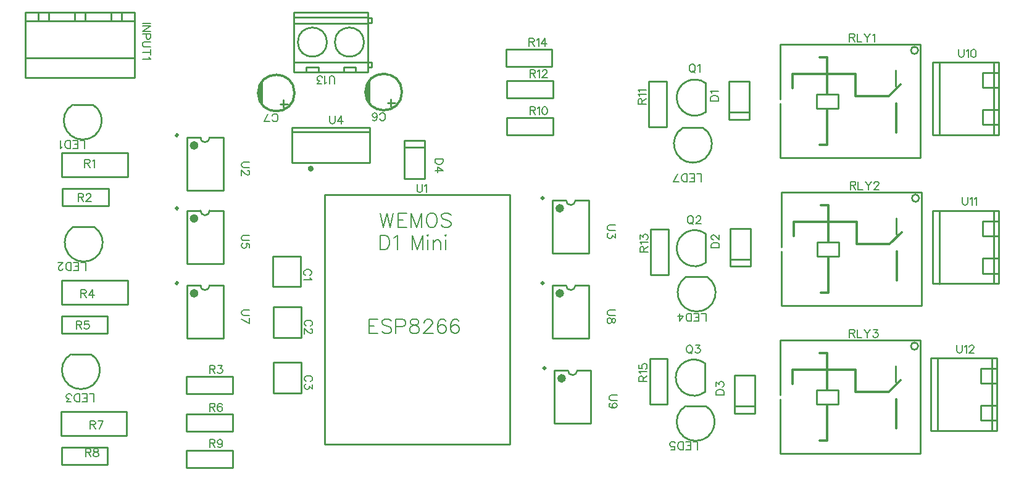
<source format=gto>
G04 Layer: TopSilkscreenLayer*
G04 EasyEDA v6.5.8, 2022-07-18 10:06:56*
G04 273c276c2863449b8c9a1f5c07be89c0,0c792c838a6744a9a4735c8e6cb38716,10*
G04 Gerber Generator version 0.2*
G04 Scale: 100 percent, Rotated: No, Reflected: No *
G04 Dimensions in millimeters *
G04 leading zeros omitted , absolute positions ,4 integer and 5 decimal *
%FSLAX45Y45*%
%MOMM*%

%ADD10C,0.1524*%
%ADD11C,0.2032*%
%ADD12C,0.2540*%
%ADD13C,0.3000*%
%ADD14C,0.6000*%
%ADD15C,0.4000*%
%ADD16C,0.0194*%

%LPD*%
D10*
X4928108Y2144521D02*
G01*
X4938522Y2149855D01*
X4948936Y2160270D01*
X4954015Y2170429D01*
X4954015Y2191257D01*
X4948936Y2201671D01*
X4938522Y2212086D01*
X4928108Y2217420D01*
X4912359Y2222500D01*
X4886452Y2222500D01*
X4870958Y2217420D01*
X4860543Y2212086D01*
X4850129Y2201671D01*
X4845050Y2191257D01*
X4845050Y2170429D01*
X4850129Y2160270D01*
X4860543Y2149855D01*
X4870958Y2144521D01*
X4933188Y2110231D02*
G01*
X4938522Y2099818D01*
X4954015Y2084323D01*
X4845050Y2084323D01*
X4940808Y1446021D02*
G01*
X4951222Y1451355D01*
X4961636Y1461770D01*
X4966715Y1471929D01*
X4966715Y1492757D01*
X4961636Y1503171D01*
X4951222Y1513586D01*
X4940808Y1518920D01*
X4925059Y1524000D01*
X4899152Y1524000D01*
X4883658Y1518920D01*
X4873243Y1513586D01*
X4862829Y1503171D01*
X4857750Y1492757D01*
X4857750Y1471929D01*
X4862829Y1461770D01*
X4873243Y1451355D01*
X4883658Y1446021D01*
X4940808Y1406652D02*
G01*
X4945888Y1406652D01*
X4956302Y1401318D01*
X4961636Y1396237D01*
X4966715Y1385823D01*
X4966715Y1364995D01*
X4961636Y1354581D01*
X4956302Y1349502D01*
X4945888Y1344168D01*
X4935474Y1344168D01*
X4925059Y1349502D01*
X4909565Y1359915D01*
X4857750Y1411731D01*
X4857750Y1339087D01*
X4940808Y684021D02*
G01*
X4951222Y689355D01*
X4961636Y699770D01*
X4966715Y709929D01*
X4966715Y730757D01*
X4961636Y741171D01*
X4951222Y751586D01*
X4940808Y756920D01*
X4925059Y762000D01*
X4899152Y762000D01*
X4883658Y756920D01*
X4873243Y751586D01*
X4862829Y741171D01*
X4857750Y730757D01*
X4857750Y709929D01*
X4862829Y699770D01*
X4873243Y689355D01*
X4883658Y684021D01*
X4966715Y639318D02*
G01*
X4966715Y582168D01*
X4925059Y613410D01*
X4925059Y597915D01*
X4919979Y587502D01*
X4914900Y582168D01*
X4899152Y577087D01*
X4888738Y577087D01*
X4873243Y582168D01*
X4862829Y592581D01*
X4857750Y608329D01*
X4857750Y623823D01*
X4862829Y639318D01*
X4867909Y644652D01*
X4878324Y649731D01*
X10425684Y4540250D02*
G01*
X10534650Y4540250D01*
X10425684Y4540250D02*
G01*
X10425684Y4576571D01*
X10430763Y4592320D01*
X10441177Y4602479D01*
X10451591Y4607813D01*
X10467340Y4612894D01*
X10493247Y4612894D01*
X10508741Y4607813D01*
X10519156Y4602479D01*
X10529570Y4592320D01*
X10534650Y4576571D01*
X10534650Y4540250D01*
X10446511Y4647184D02*
G01*
X10441177Y4657597D01*
X10425684Y4673345D01*
X10534650Y4673345D01*
X10438384Y2520950D02*
G01*
X10547350Y2520950D01*
X10438384Y2520950D02*
G01*
X10438384Y2557271D01*
X10443463Y2573020D01*
X10453877Y2583179D01*
X10464291Y2588513D01*
X10480040Y2593594D01*
X10505947Y2593594D01*
X10521441Y2588513D01*
X10531856Y2583179D01*
X10542270Y2573020D01*
X10547350Y2557271D01*
X10547350Y2520950D01*
X10464291Y2633218D02*
G01*
X10459211Y2633218D01*
X10448797Y2638297D01*
X10443463Y2643631D01*
X10438384Y2654045D01*
X10438384Y2674620D01*
X10443463Y2685034D01*
X10448797Y2690368D01*
X10459211Y2695447D01*
X10469625Y2695447D01*
X10480040Y2690368D01*
X10495534Y2679954D01*
X10547350Y2627884D01*
X10547350Y2700781D01*
X10501884Y501650D02*
G01*
X10610850Y501650D01*
X10501884Y501650D02*
G01*
X10501884Y537971D01*
X10506963Y553720D01*
X10517377Y563879D01*
X10527791Y569213D01*
X10543540Y574294D01*
X10569447Y574294D01*
X10584941Y569213D01*
X10595356Y563879D01*
X10605770Y553720D01*
X10610850Y537971D01*
X10610850Y501650D01*
X10501884Y618997D02*
G01*
X10501884Y676147D01*
X10543540Y645160D01*
X10543540Y660654D01*
X10548620Y671068D01*
X10553700Y676147D01*
X10569447Y681481D01*
X10579861Y681481D01*
X10595356Y676147D01*
X10605770Y665734D01*
X10610850Y650239D01*
X10610850Y634745D01*
X10605770Y618997D01*
X10600690Y613918D01*
X10590275Y608584D01*
X2744215Y5600700D02*
G01*
X2635250Y5600700D01*
X2744215Y5566410D02*
G01*
X2635250Y5566410D01*
X2744215Y5566410D02*
G01*
X2635250Y5493765D01*
X2744215Y5493765D02*
G01*
X2635250Y5493765D01*
X2744215Y5459476D02*
G01*
X2635250Y5459476D01*
X2744215Y5459476D02*
G01*
X2744215Y5412739D01*
X2739136Y5396992D01*
X2733802Y5391912D01*
X2723388Y5386578D01*
X2707893Y5386578D01*
X2697479Y5391912D01*
X2692400Y5396992D01*
X2687065Y5412739D01*
X2687065Y5459476D01*
X2744215Y5352287D02*
G01*
X2666238Y5352287D01*
X2650743Y5347207D01*
X2640329Y5336794D01*
X2635250Y5321300D01*
X2635250Y5310886D01*
X2640329Y5295137D01*
X2650743Y5284723D01*
X2666238Y5279644D01*
X2744215Y5279644D01*
X2744215Y5209031D02*
G01*
X2635250Y5209031D01*
X2744215Y5245354D02*
G01*
X2744215Y5172710D01*
X2723388Y5138420D02*
G01*
X2728722Y5128005D01*
X2744215Y5112257D01*
X2635250Y5112257D01*
X1841500Y3888181D02*
G01*
X1841500Y3997147D01*
X1841500Y3997147D02*
G01*
X1779270Y3997147D01*
X1744979Y3888181D02*
G01*
X1744979Y3997147D01*
X1744979Y3888181D02*
G01*
X1677415Y3888181D01*
X1744979Y3939997D02*
G01*
X1703323Y3939997D01*
X1744979Y3997147D02*
G01*
X1677415Y3997147D01*
X1643126Y3888181D02*
G01*
X1643126Y3997147D01*
X1643126Y3888181D02*
G01*
X1606550Y3888181D01*
X1591055Y3893261D01*
X1580642Y3903675D01*
X1575562Y3914089D01*
X1570228Y3929837D01*
X1570228Y3955745D01*
X1575562Y3971239D01*
X1580642Y3981653D01*
X1591055Y3992067D01*
X1606550Y3997147D01*
X1643126Y3997147D01*
X1535937Y3909009D02*
G01*
X1525523Y3903675D01*
X1510029Y3888181D01*
X1510029Y3997147D01*
X1854200Y2211781D02*
G01*
X1854200Y2320747D01*
X1854200Y2320747D02*
G01*
X1791970Y2320747D01*
X1757679Y2211781D02*
G01*
X1757679Y2320747D01*
X1757679Y2211781D02*
G01*
X1690115Y2211781D01*
X1757679Y2263597D02*
G01*
X1716023Y2263597D01*
X1757679Y2320747D02*
G01*
X1690115Y2320747D01*
X1655826Y2211781D02*
G01*
X1655826Y2320747D01*
X1655826Y2211781D02*
G01*
X1619250Y2211781D01*
X1603755Y2216861D01*
X1593342Y2227275D01*
X1588262Y2237689D01*
X1582928Y2253437D01*
X1582928Y2279345D01*
X1588262Y2294839D01*
X1593342Y2305253D01*
X1603755Y2315667D01*
X1619250Y2320747D01*
X1655826Y2320747D01*
X1543557Y2237689D02*
G01*
X1543557Y2232609D01*
X1538223Y2222195D01*
X1533144Y2216861D01*
X1522729Y2211781D01*
X1501902Y2211781D01*
X1491487Y2216861D01*
X1486407Y2222195D01*
X1481073Y2232609D01*
X1481073Y2243023D01*
X1486407Y2253437D01*
X1496821Y2268931D01*
X1548637Y2320747D01*
X1475994Y2320747D01*
X1968500Y405384D02*
G01*
X1968500Y514350D01*
X1968500Y514350D02*
G01*
X1906270Y514350D01*
X1871979Y405384D02*
G01*
X1871979Y514350D01*
X1871979Y405384D02*
G01*
X1804415Y405384D01*
X1871979Y457200D02*
G01*
X1830323Y457200D01*
X1871979Y514350D02*
G01*
X1804415Y514350D01*
X1770126Y405384D02*
G01*
X1770126Y514350D01*
X1770126Y405384D02*
G01*
X1733550Y405384D01*
X1718055Y410463D01*
X1707642Y420878D01*
X1702562Y431292D01*
X1697228Y447039D01*
X1697228Y472947D01*
X1702562Y488442D01*
X1707642Y498855D01*
X1718055Y509270D01*
X1733550Y514350D01*
X1770126Y514350D01*
X1652523Y405384D02*
G01*
X1595373Y405384D01*
X1626615Y447039D01*
X1611121Y447039D01*
X1600707Y452120D01*
X1595373Y457200D01*
X1590294Y472947D01*
X1590294Y483362D01*
X1595373Y498855D01*
X1605787Y509270D01*
X1621536Y514350D01*
X1637029Y514350D01*
X1652523Y509270D01*
X1657857Y504189D01*
X1662937Y493776D01*
X10363200Y1510284D02*
G01*
X10363200Y1619250D01*
X10363200Y1619250D02*
G01*
X10300970Y1619250D01*
X10266679Y1510284D02*
G01*
X10266679Y1619250D01*
X10266679Y1510284D02*
G01*
X10199115Y1510284D01*
X10266679Y1562100D02*
G01*
X10225024Y1562100D01*
X10266679Y1619250D02*
G01*
X10199115Y1619250D01*
X10164825Y1510284D02*
G01*
X10164825Y1619250D01*
X10164825Y1510284D02*
G01*
X10128250Y1510284D01*
X10112756Y1515363D01*
X10102341Y1525778D01*
X10097261Y1536192D01*
X10091927Y1551939D01*
X10091927Y1577847D01*
X10097261Y1593342D01*
X10102341Y1603755D01*
X10112756Y1614170D01*
X10128250Y1619250D01*
X10164825Y1619250D01*
X10005822Y1510284D02*
G01*
X10057638Y1582928D01*
X9979659Y1582928D01*
X10005822Y1510284D02*
G01*
X10005822Y1619250D01*
X10248900Y-252018D02*
G01*
X10248900Y-143052D01*
X10248900Y-143052D02*
G01*
X10186670Y-143052D01*
X10152379Y-252018D02*
G01*
X10152379Y-143052D01*
X10152379Y-252018D02*
G01*
X10084815Y-252018D01*
X10152379Y-200202D02*
G01*
X10110724Y-200202D01*
X10152379Y-143052D02*
G01*
X10084815Y-143052D01*
X10050525Y-252018D02*
G01*
X10050525Y-143052D01*
X10050525Y-252018D02*
G01*
X10013950Y-252018D01*
X9998456Y-246938D01*
X9988041Y-236524D01*
X9982961Y-226110D01*
X9977627Y-210362D01*
X9977627Y-184454D01*
X9982961Y-168960D01*
X9988041Y-158546D01*
X9998456Y-148132D01*
X10013950Y-143052D01*
X10050525Y-143052D01*
X9881108Y-252018D02*
G01*
X9932924Y-252018D01*
X9938258Y-205282D01*
X9932924Y-210362D01*
X9917429Y-215696D01*
X9901936Y-215696D01*
X9886188Y-210362D01*
X9875774Y-200202D01*
X9870693Y-184454D01*
X9870693Y-174040D01*
X9875774Y-158546D01*
X9886188Y-148132D01*
X9901936Y-143052D01*
X9917429Y-143052D01*
X9932924Y-148132D01*
X9938258Y-153212D01*
X9943338Y-163626D01*
X10299700Y3427984D02*
G01*
X10299700Y3536950D01*
X10299700Y3536950D02*
G01*
X10237470Y3536950D01*
X10203179Y3427984D02*
G01*
X10203179Y3536950D01*
X10203179Y3427984D02*
G01*
X10135615Y3427984D01*
X10203179Y3479800D02*
G01*
X10161524Y3479800D01*
X10203179Y3536950D02*
G01*
X10135615Y3536950D01*
X10101325Y3427984D02*
G01*
X10101325Y3536950D01*
X10101325Y3427984D02*
G01*
X10064750Y3427984D01*
X10049256Y3433063D01*
X10038841Y3443478D01*
X10033761Y3453892D01*
X10028427Y3469639D01*
X10028427Y3495547D01*
X10033761Y3511042D01*
X10038841Y3521455D01*
X10049256Y3531870D01*
X10064750Y3536950D01*
X10101325Y3536950D01*
X9921493Y3427984D02*
G01*
X9973309Y3536950D01*
X9994138Y3427984D02*
G01*
X9921493Y3427984D01*
X10127741Y1182115D02*
G01*
X10117327Y1177036D01*
X10106913Y1166621D01*
X10101579Y1156207D01*
X10096500Y1140460D01*
X10096500Y1114552D01*
X10101579Y1099057D01*
X10106913Y1088644D01*
X10117327Y1078229D01*
X10127741Y1073150D01*
X10148570Y1073150D01*
X10158729Y1078229D01*
X10169143Y1088644D01*
X10174477Y1099057D01*
X10179558Y1114552D01*
X10179558Y1140460D01*
X10174477Y1156207D01*
X10169143Y1166621D01*
X10158729Y1177036D01*
X10148570Y1182115D01*
X10127741Y1182115D01*
X10143236Y1093723D02*
G01*
X10174477Y1062736D01*
X10224261Y1182115D02*
G01*
X10281411Y1182115D01*
X10250170Y1140460D01*
X10265918Y1140460D01*
X10276331Y1135379D01*
X10281411Y1130300D01*
X10286745Y1114552D01*
X10286745Y1104137D01*
X10281411Y1088644D01*
X10270997Y1078229D01*
X10255504Y1073150D01*
X10240009Y1073150D01*
X10224261Y1078229D01*
X10219181Y1083310D01*
X10213847Y1093723D01*
X1841500Y3734815D02*
G01*
X1841500Y3625850D01*
X1841500Y3734815D02*
G01*
X1888236Y3734815D01*
X1903729Y3729736D01*
X1909063Y3724402D01*
X1914144Y3713987D01*
X1914144Y3703573D01*
X1909063Y3693160D01*
X1903729Y3688079D01*
X1888236Y3683000D01*
X1841500Y3683000D01*
X1877821Y3683000D02*
G01*
X1914144Y3625850D01*
X1948434Y3713987D02*
G01*
X1958847Y3719321D01*
X1974595Y3734815D01*
X1974595Y3625850D01*
X1790700Y1944115D02*
G01*
X1790700Y1835150D01*
X1790700Y1944115D02*
G01*
X1837436Y1944115D01*
X1852929Y1939036D01*
X1858263Y1933702D01*
X1863344Y1923287D01*
X1863344Y1912873D01*
X1858263Y1902460D01*
X1852929Y1897379D01*
X1837436Y1892300D01*
X1790700Y1892300D01*
X1827021Y1892300D02*
G01*
X1863344Y1835150D01*
X1949704Y1944115D02*
G01*
X1897634Y1871471D01*
X1975611Y1871471D01*
X1949704Y1944115D02*
G01*
X1949704Y1835150D01*
X1917700Y140715D02*
G01*
X1917700Y31750D01*
X1917700Y140715D02*
G01*
X1964436Y140715D01*
X1979929Y135636D01*
X1985263Y130302D01*
X1990343Y119887D01*
X1990343Y109473D01*
X1985263Y99060D01*
X1979929Y93979D01*
X1964436Y88900D01*
X1917700Y88900D01*
X1954022Y88900D02*
G01*
X1990343Y31750D01*
X2097531Y140715D02*
G01*
X2045461Y31750D01*
X2024634Y140715D02*
G01*
X2097531Y140715D01*
X1752600Y3264915D02*
G01*
X1752600Y3155950D01*
X1752600Y3264915D02*
G01*
X1799336Y3264915D01*
X1814829Y3259836D01*
X1820163Y3254502D01*
X1825244Y3244087D01*
X1825244Y3233673D01*
X1820163Y3223260D01*
X1814829Y3218179D01*
X1799336Y3213100D01*
X1752600Y3213100D01*
X1788921Y3213100D02*
G01*
X1825244Y3155950D01*
X1864868Y3239007D02*
G01*
X1864868Y3244087D01*
X1869947Y3254502D01*
X1875281Y3259836D01*
X1885695Y3264915D01*
X1906270Y3264915D01*
X1916684Y3259836D01*
X1922018Y3254502D01*
X1927097Y3244087D01*
X1927097Y3233673D01*
X1922018Y3223260D01*
X1911604Y3207765D01*
X1859534Y3155950D01*
X1932431Y3155950D01*
X3556000Y902715D02*
G01*
X3556000Y793750D01*
X3556000Y902715D02*
G01*
X3602736Y902715D01*
X3618229Y897636D01*
X3623563Y892302D01*
X3628643Y881887D01*
X3628643Y871473D01*
X3623563Y861060D01*
X3618229Y855979D01*
X3602736Y850900D01*
X3556000Y850900D01*
X3592322Y850900D02*
G01*
X3628643Y793750D01*
X3673347Y902715D02*
G01*
X3730497Y902715D01*
X3699509Y861060D01*
X3715004Y861060D01*
X3725418Y855979D01*
X3730497Y850900D01*
X3735831Y835152D01*
X3735831Y824737D01*
X3730497Y809244D01*
X3720084Y798829D01*
X3704590Y793750D01*
X3689095Y793750D01*
X3673347Y798829D01*
X3668268Y803910D01*
X3662934Y814323D01*
X1727200Y1512315D02*
G01*
X1727200Y1403350D01*
X1727200Y1512315D02*
G01*
X1773936Y1512315D01*
X1789429Y1507236D01*
X1794763Y1501902D01*
X1799844Y1491487D01*
X1799844Y1481073D01*
X1794763Y1470660D01*
X1789429Y1465579D01*
X1773936Y1460500D01*
X1727200Y1460500D01*
X1763521Y1460500D02*
G01*
X1799844Y1403350D01*
X1896618Y1512315D02*
G01*
X1844547Y1512315D01*
X1839468Y1465579D01*
X1844547Y1470660D01*
X1860295Y1475994D01*
X1875789Y1475994D01*
X1891284Y1470660D01*
X1901697Y1460500D01*
X1907031Y1444752D01*
X1907031Y1434337D01*
X1901697Y1418844D01*
X1891284Y1408429D01*
X1875789Y1403350D01*
X1860295Y1403350D01*
X1844547Y1408429D01*
X1839468Y1413510D01*
X1834134Y1423923D01*
X3556000Y382015D02*
G01*
X3556000Y273050D01*
X3556000Y382015D02*
G01*
X3602736Y382015D01*
X3618229Y376936D01*
X3623563Y371602D01*
X3628643Y361187D01*
X3628643Y350773D01*
X3623563Y340360D01*
X3618229Y335279D01*
X3602736Y330200D01*
X3556000Y330200D01*
X3592322Y330200D02*
G01*
X3628643Y273050D01*
X3725418Y366521D02*
G01*
X3720084Y376936D01*
X3704590Y382015D01*
X3694175Y382015D01*
X3678681Y376936D01*
X3668268Y361187D01*
X3662934Y335279D01*
X3662934Y309371D01*
X3668268Y288544D01*
X3678681Y278129D01*
X3694175Y273050D01*
X3699509Y273050D01*
X3715004Y278129D01*
X3725418Y288544D01*
X3730497Y304037D01*
X3730497Y309371D01*
X3725418Y324865D01*
X3715004Y335279D01*
X3699509Y340360D01*
X3694175Y340360D01*
X3678681Y335279D01*
X3668268Y324865D01*
X3662934Y309371D01*
X1854200Y-240284D02*
G01*
X1854200Y-349250D01*
X1854200Y-240284D02*
G01*
X1900936Y-240284D01*
X1916429Y-245363D01*
X1921763Y-250697D01*
X1926844Y-261112D01*
X1926844Y-271526D01*
X1921763Y-281939D01*
X1916429Y-287020D01*
X1900936Y-292100D01*
X1854200Y-292100D01*
X1890521Y-292100D02*
G01*
X1926844Y-349250D01*
X1987295Y-240284D02*
G01*
X1971547Y-245363D01*
X1966468Y-255778D01*
X1966468Y-266192D01*
X1971547Y-276605D01*
X1981961Y-281939D01*
X2002790Y-287020D01*
X2018284Y-292100D01*
X2028697Y-302513D01*
X2034031Y-312928D01*
X2034031Y-328676D01*
X2028697Y-339089D01*
X2023618Y-344170D01*
X2007870Y-349250D01*
X1987295Y-349250D01*
X1971547Y-344170D01*
X1966468Y-339089D01*
X1961134Y-328676D01*
X1961134Y-312928D01*
X1966468Y-302513D01*
X1976881Y-292100D01*
X1992375Y-287020D01*
X2013204Y-281939D01*
X2023618Y-276605D01*
X2028697Y-266192D01*
X2028697Y-255778D01*
X2023618Y-245363D01*
X2007870Y-240284D01*
X1987295Y-240284D01*
X3556000Y-113284D02*
G01*
X3556000Y-222250D01*
X3556000Y-113284D02*
G01*
X3602736Y-113284D01*
X3618229Y-118363D01*
X3623563Y-123697D01*
X3628643Y-134112D01*
X3628643Y-144526D01*
X3623563Y-154939D01*
X3618229Y-160020D01*
X3602736Y-165100D01*
X3556000Y-165100D01*
X3592322Y-165100D02*
G01*
X3628643Y-222250D01*
X3730497Y-149605D02*
G01*
X3725418Y-165100D01*
X3715004Y-175513D01*
X3699509Y-180847D01*
X3694175Y-180847D01*
X3678681Y-175513D01*
X3668268Y-165100D01*
X3662934Y-149605D01*
X3662934Y-144526D01*
X3668268Y-128778D01*
X3678681Y-118363D01*
X3694175Y-113284D01*
X3699509Y-113284D01*
X3715004Y-118363D01*
X3725418Y-128778D01*
X3730497Y-149605D01*
X3730497Y-175513D01*
X3725418Y-201676D01*
X3715004Y-217170D01*
X3699509Y-222250D01*
X3689095Y-222250D01*
X3673347Y-217170D01*
X3668268Y-206755D01*
X7950200Y4458715D02*
G01*
X7950200Y4349750D01*
X7950200Y4458715D02*
G01*
X7996936Y4458715D01*
X8012429Y4453636D01*
X8017763Y4448302D01*
X8022843Y4437887D01*
X8022843Y4427473D01*
X8017763Y4417060D01*
X8012429Y4411979D01*
X7996936Y4406900D01*
X7950200Y4406900D01*
X7986522Y4406900D02*
G01*
X8022843Y4349750D01*
X8057134Y4437887D02*
G01*
X8067547Y4443221D01*
X8083295Y4458715D01*
X8083295Y4349750D01*
X8148574Y4458715D02*
G01*
X8133079Y4453636D01*
X8122665Y4437887D01*
X8117586Y4411979D01*
X8117586Y4396486D01*
X8122665Y4370323D01*
X8133079Y4354829D01*
X8148574Y4349750D01*
X8158988Y4349750D01*
X8174736Y4354829D01*
X8185150Y4370323D01*
X8190229Y4396486D01*
X8190229Y4411979D01*
X8185150Y4437887D01*
X8174736Y4453636D01*
X8158988Y4458715D01*
X8148574Y4458715D01*
X9435084Y4495800D02*
G01*
X9544050Y4495800D01*
X9435084Y4495800D02*
G01*
X9435084Y4542536D01*
X9440163Y4558029D01*
X9445497Y4563363D01*
X9455911Y4568444D01*
X9466325Y4568444D01*
X9476740Y4563363D01*
X9481820Y4558029D01*
X9486900Y4542536D01*
X9486900Y4495800D01*
X9486900Y4532121D02*
G01*
X9544050Y4568444D01*
X9455911Y4602734D02*
G01*
X9450577Y4613147D01*
X9435084Y4628895D01*
X9544050Y4628895D01*
X9455911Y4663186D02*
G01*
X9450577Y4673600D01*
X9435084Y4689094D01*
X9544050Y4689094D01*
X7950200Y4966715D02*
G01*
X7950200Y4857750D01*
X7950200Y4966715D02*
G01*
X7996936Y4966715D01*
X8012429Y4961636D01*
X8017763Y4956302D01*
X8022843Y4945887D01*
X8022843Y4935473D01*
X8017763Y4925060D01*
X8012429Y4919979D01*
X7996936Y4914900D01*
X7950200Y4914900D01*
X7986522Y4914900D02*
G01*
X8022843Y4857750D01*
X8057134Y4945887D02*
G01*
X8067547Y4951221D01*
X8083295Y4966715D01*
X8083295Y4857750D01*
X8122665Y4940807D02*
G01*
X8122665Y4945887D01*
X8128000Y4956302D01*
X8133079Y4961636D01*
X8143493Y4966715D01*
X8164322Y4966715D01*
X8174736Y4961636D01*
X8179815Y4956302D01*
X8185150Y4945887D01*
X8185150Y4935473D01*
X8179815Y4925060D01*
X8169402Y4909565D01*
X8117586Y4857750D01*
X8190229Y4857750D01*
X9460484Y2463800D02*
G01*
X9569450Y2463800D01*
X9460484Y2463800D02*
G01*
X9460484Y2510536D01*
X9465563Y2526029D01*
X9470897Y2531363D01*
X9481311Y2536444D01*
X9491725Y2536444D01*
X9502140Y2531363D01*
X9507220Y2526029D01*
X9512300Y2510536D01*
X9512300Y2463800D01*
X9512300Y2500121D02*
G01*
X9569450Y2536444D01*
X9481311Y2570734D02*
G01*
X9475977Y2581147D01*
X9460484Y2596895D01*
X9569450Y2596895D01*
X9460484Y2641600D02*
G01*
X9460484Y2698750D01*
X9502140Y2667507D01*
X9502140Y2683002D01*
X9507220Y2693415D01*
X9512300Y2698750D01*
X9528047Y2703829D01*
X9538461Y2703829D01*
X9553956Y2698750D01*
X9564370Y2688336D01*
X9569450Y2672587D01*
X9569450Y2657094D01*
X9564370Y2641600D01*
X9559290Y2636265D01*
X9548875Y2631186D01*
X7937500Y5398515D02*
G01*
X7937500Y5289550D01*
X7937500Y5398515D02*
G01*
X7984236Y5398515D01*
X7999729Y5393436D01*
X8005063Y5388102D01*
X8010143Y5377687D01*
X8010143Y5367273D01*
X8005063Y5356860D01*
X7999729Y5351779D01*
X7984236Y5346700D01*
X7937500Y5346700D01*
X7973822Y5346700D02*
G01*
X8010143Y5289550D01*
X8044434Y5377687D02*
G01*
X8054847Y5383021D01*
X8070595Y5398515D01*
X8070595Y5289550D01*
X8156702Y5398515D02*
G01*
X8104886Y5325871D01*
X8182609Y5325871D01*
X8156702Y5398515D02*
G01*
X8156702Y5289550D01*
X9447784Y685800D02*
G01*
X9556750Y685800D01*
X9447784Y685800D02*
G01*
X9447784Y732536D01*
X9452863Y748029D01*
X9458197Y753363D01*
X9468611Y758444D01*
X9479025Y758444D01*
X9489440Y753363D01*
X9494520Y748029D01*
X9499600Y732536D01*
X9499600Y685800D01*
X9499600Y722121D02*
G01*
X9556750Y758444D01*
X9468611Y792734D02*
G01*
X9463277Y803147D01*
X9447784Y818895D01*
X9556750Y818895D01*
X9447784Y915415D02*
G01*
X9447784Y863600D01*
X9494520Y858265D01*
X9489440Y863600D01*
X9484106Y879094D01*
X9484106Y894587D01*
X9489440Y910336D01*
X9499600Y920750D01*
X9515347Y925829D01*
X9525761Y925829D01*
X9541256Y920750D01*
X9551670Y910336D01*
X9556750Y894587D01*
X9556750Y879094D01*
X9551670Y863600D01*
X9546590Y858265D01*
X9536175Y853186D01*
X6400800Y3391915D02*
G01*
X6400800Y3313937D01*
X6405879Y3298444D01*
X6416293Y3288029D01*
X6432041Y3282950D01*
X6442456Y3282950D01*
X6457950Y3288029D01*
X6468363Y3298444D01*
X6473443Y3313937D01*
X6473443Y3391915D01*
X6507734Y3371087D02*
G01*
X6518147Y3376421D01*
X6533895Y3391915D01*
X6533895Y3282950D01*
D11*
X5892800Y2997454D02*
G01*
X5939027Y2803652D01*
X5985256Y2997454D02*
G01*
X5939027Y2803652D01*
X5985256Y2997454D02*
G01*
X6031229Y2803652D01*
X6077458Y2997454D02*
G01*
X6031229Y2803652D01*
X6138418Y2997454D02*
G01*
X6138418Y2803652D01*
X6138418Y2997454D02*
G01*
X6258559Y2997454D01*
X6138418Y2905252D02*
G01*
X6212331Y2905252D01*
X6138418Y2803652D02*
G01*
X6258559Y2803652D01*
X6319520Y2997454D02*
G01*
X6319520Y2803652D01*
X6319520Y2997454D02*
G01*
X6393434Y2803652D01*
X6467347Y2997454D02*
G01*
X6393434Y2803652D01*
X6467347Y2997454D02*
G01*
X6467347Y2803652D01*
X6583679Y2997454D02*
G01*
X6565138Y2988310D01*
X6546850Y2969768D01*
X6537452Y2951226D01*
X6528308Y2923539D01*
X6528308Y2877565D01*
X6537452Y2849626D01*
X6546850Y2831337D01*
X6565138Y2812795D01*
X6583679Y2803652D01*
X6620509Y2803652D01*
X6639052Y2812795D01*
X6657593Y2831337D01*
X6666738Y2849626D01*
X6676136Y2877565D01*
X6676136Y2923539D01*
X6666738Y2951226D01*
X6657593Y2969768D01*
X6639052Y2988310D01*
X6620509Y2997454D01*
X6583679Y2997454D01*
X6866381Y2969768D02*
G01*
X6847840Y2988310D01*
X6820154Y2997454D01*
X6783070Y2997454D01*
X6755384Y2988310D01*
X6737095Y2969768D01*
X6737095Y2951226D01*
X6746240Y2932937D01*
X6755384Y2923539D01*
X6773925Y2914395D01*
X6829297Y2895854D01*
X6847840Y2886710D01*
X6856984Y2877565D01*
X6866381Y2859023D01*
X6866381Y2831337D01*
X6847840Y2812795D01*
X6820154Y2803652D01*
X6783070Y2803652D01*
X6755384Y2812795D01*
X6737095Y2831337D01*
X5892800Y2692654D02*
G01*
X5892800Y2498852D01*
X5892800Y2692654D02*
G01*
X5957570Y2692654D01*
X5985256Y2683510D01*
X6003543Y2664968D01*
X6012941Y2646426D01*
X6022086Y2618739D01*
X6022086Y2572765D01*
X6012941Y2544826D01*
X6003543Y2526537D01*
X5985256Y2507995D01*
X5957570Y2498852D01*
X5892800Y2498852D01*
X6083045Y2655823D02*
G01*
X6101588Y2664968D01*
X6129274Y2692654D01*
X6129274Y2498852D01*
X6332474Y2692654D02*
G01*
X6332474Y2498852D01*
X6332474Y2692654D02*
G01*
X6406388Y2498852D01*
X6480302Y2692654D02*
G01*
X6406388Y2498852D01*
X6480302Y2692654D02*
G01*
X6480302Y2498852D01*
X6541261Y2692654D02*
G01*
X6550406Y2683510D01*
X6559550Y2692654D01*
X6550406Y2702052D01*
X6541261Y2692654D01*
X6550406Y2628137D02*
G01*
X6550406Y2498852D01*
X6620509Y2628137D02*
G01*
X6620509Y2498852D01*
X6620509Y2591054D02*
G01*
X6648450Y2618739D01*
X6666738Y2628137D01*
X6694424Y2628137D01*
X6712965Y2618739D01*
X6722109Y2591054D01*
X6722109Y2498852D01*
X6783070Y2692654D02*
G01*
X6792468Y2683510D01*
X6801611Y2692654D01*
X6792468Y2702052D01*
X6783070Y2692654D01*
X6792468Y2628137D02*
G01*
X6792468Y2498852D01*
X5740400Y1538223D02*
G01*
X5740400Y1344421D01*
X5740400Y1538223D02*
G01*
X5860541Y1538223D01*
X5740400Y1446021D02*
G01*
X5814313Y1446021D01*
X5740400Y1344421D02*
G01*
X5860541Y1344421D01*
X6050788Y1510537D02*
G01*
X6032245Y1529079D01*
X6004559Y1538223D01*
X5967729Y1538223D01*
X5939790Y1529079D01*
X5921502Y1510537D01*
X5921502Y1492250D01*
X5930645Y1473707D01*
X5939790Y1464310D01*
X5958331Y1455165D01*
X6013704Y1436623D01*
X6032245Y1427479D01*
X6041390Y1418336D01*
X6050788Y1399794D01*
X6050788Y1372107D01*
X6032245Y1353565D01*
X6004559Y1344421D01*
X5967729Y1344421D01*
X5939790Y1353565D01*
X5921502Y1372107D01*
X6111747Y1538223D02*
G01*
X6111747Y1344421D01*
X6111747Y1538223D02*
G01*
X6194806Y1538223D01*
X6222491Y1529079D01*
X6231890Y1519936D01*
X6241034Y1501394D01*
X6241034Y1473707D01*
X6231890Y1455165D01*
X6222491Y1446021D01*
X6194806Y1436623D01*
X6111747Y1436623D01*
X6348222Y1538223D02*
G01*
X6320536Y1529079D01*
X6311138Y1510537D01*
X6311138Y1492250D01*
X6320536Y1473707D01*
X6338824Y1464310D01*
X6375908Y1455165D01*
X6403593Y1446021D01*
X6422136Y1427479D01*
X6431279Y1408937D01*
X6431279Y1381252D01*
X6422136Y1362710D01*
X6412738Y1353565D01*
X6385052Y1344421D01*
X6348222Y1344421D01*
X6320536Y1353565D01*
X6311138Y1362710D01*
X6301993Y1381252D01*
X6301993Y1408937D01*
X6311138Y1427479D01*
X6329679Y1446021D01*
X6357365Y1455165D01*
X6394450Y1464310D01*
X6412738Y1473707D01*
X6422136Y1492250D01*
X6422136Y1510537D01*
X6412738Y1529079D01*
X6385052Y1538223D01*
X6348222Y1538223D01*
X6501384Y1492250D02*
G01*
X6501384Y1501394D01*
X6510781Y1519936D01*
X6519925Y1529079D01*
X6538468Y1538223D01*
X6575297Y1538223D01*
X6593840Y1529079D01*
X6602984Y1519936D01*
X6612381Y1501394D01*
X6612381Y1482852D01*
X6602984Y1464310D01*
X6584695Y1436623D01*
X6492240Y1344421D01*
X6621525Y1344421D01*
X6793229Y1510537D02*
G01*
X6784086Y1529079D01*
X6756400Y1538223D01*
X6737858Y1538223D01*
X6710172Y1529079D01*
X6691629Y1501394D01*
X6682486Y1455165D01*
X6682486Y1408937D01*
X6691629Y1372107D01*
X6710172Y1353565D01*
X6737858Y1344421D01*
X6747256Y1344421D01*
X6774941Y1353565D01*
X6793229Y1372107D01*
X6802627Y1399794D01*
X6802627Y1408937D01*
X6793229Y1436623D01*
X6774941Y1455165D01*
X6747256Y1464310D01*
X6737858Y1464310D01*
X6710172Y1455165D01*
X6691629Y1436623D01*
X6682486Y1408937D01*
X6974331Y1510537D02*
G01*
X6965188Y1529079D01*
X6937502Y1538223D01*
X6918959Y1538223D01*
X6891274Y1529079D01*
X6872731Y1501394D01*
X6863588Y1455165D01*
X6863588Y1408937D01*
X6872731Y1372107D01*
X6891274Y1353565D01*
X6918959Y1344421D01*
X6928104Y1344421D01*
X6955790Y1353565D01*
X6974331Y1372107D01*
X6983729Y1399794D01*
X6983729Y1408937D01*
X6974331Y1436623D01*
X6955790Y1455165D01*
X6928104Y1464310D01*
X6918959Y1464310D01*
X6891274Y1455165D01*
X6872731Y1436623D01*
X6863588Y1408937D01*
D10*
X13830300Y5246115D02*
G01*
X13830300Y5168137D01*
X13835379Y5152644D01*
X13845793Y5142229D01*
X13861541Y5137150D01*
X13871956Y5137150D01*
X13887450Y5142229D01*
X13897863Y5152644D01*
X13902943Y5168137D01*
X13902943Y5246115D01*
X13937234Y5225287D02*
G01*
X13947647Y5230621D01*
X13963395Y5246115D01*
X13963395Y5137150D01*
X14028674Y5246115D02*
G01*
X14013179Y5241036D01*
X14002766Y5225287D01*
X13997686Y5199379D01*
X13997686Y5183886D01*
X14002766Y5157723D01*
X14013179Y5142229D01*
X14028674Y5137150D01*
X14039088Y5137150D01*
X14054836Y5142229D01*
X14065250Y5157723D01*
X14070329Y5183886D01*
X14070329Y5199379D01*
X14065250Y5225287D01*
X14054836Y5241036D01*
X14039088Y5246115D01*
X14028674Y5246115D01*
X5270500Y4774184D02*
G01*
X5270500Y4852162D01*
X5265420Y4867655D01*
X5255006Y4878070D01*
X5239258Y4883150D01*
X5228843Y4883150D01*
X5213350Y4878070D01*
X5202936Y4867655D01*
X5197856Y4852162D01*
X5197856Y4774184D01*
X5163565Y4795012D02*
G01*
X5153152Y4789678D01*
X5137404Y4774184D01*
X5137404Y4883150D01*
X5092700Y4774184D02*
G01*
X5035550Y4774184D01*
X5066791Y4815839D01*
X5051297Y4815839D01*
X5040884Y4820920D01*
X5035550Y4826000D01*
X5030470Y4841747D01*
X5030470Y4852162D01*
X5035550Y4867655D01*
X5045963Y4878070D01*
X5061711Y4883150D01*
X5077206Y4883150D01*
X5092700Y4878070D01*
X5098034Y4872989D01*
X5103113Y4862576D01*
X13881224Y3214115D02*
G01*
X13881224Y3136137D01*
X13886304Y3120644D01*
X13896718Y3110229D01*
X13912212Y3105150D01*
X13922626Y3105150D01*
X13938374Y3110229D01*
X13948534Y3120644D01*
X13953868Y3136137D01*
X13953868Y3214115D01*
X13988158Y3193287D02*
G01*
X13998572Y3198621D01*
X14014066Y3214115D01*
X14014066Y3105150D01*
X14048356Y3193287D02*
G01*
X14058770Y3198621D01*
X14074264Y3214115D01*
X14074264Y3105150D01*
X13805024Y1182115D02*
G01*
X13805024Y1104137D01*
X13810104Y1088644D01*
X13820518Y1078229D01*
X13836012Y1073150D01*
X13846426Y1073150D01*
X13862174Y1078229D01*
X13872334Y1088644D01*
X13877668Y1104137D01*
X13877668Y1182115D01*
X13911958Y1161287D02*
G01*
X13922372Y1166621D01*
X13937866Y1182115D01*
X13937866Y1073150D01*
X13977490Y1156207D02*
G01*
X13977490Y1161287D01*
X13982570Y1171702D01*
X13987904Y1177036D01*
X13998064Y1182115D01*
X14018892Y1182115D01*
X14029306Y1177036D01*
X14034640Y1171702D01*
X14039720Y1161287D01*
X14039720Y1150873D01*
X14034640Y1140460D01*
X14024226Y1124965D01*
X13972156Y1073150D01*
X14045054Y1073150D01*
X10165867Y5042915D02*
G01*
X10155453Y5037836D01*
X10145039Y5027421D01*
X10139705Y5017007D01*
X10134625Y5001260D01*
X10134625Y4975352D01*
X10139705Y4959857D01*
X10145039Y4949444D01*
X10155453Y4939029D01*
X10165867Y4933950D01*
X10186441Y4933950D01*
X10196855Y4939029D01*
X10207269Y4949444D01*
X10212603Y4959857D01*
X10217683Y4975352D01*
X10217683Y5001260D01*
X10212603Y5017007D01*
X10207269Y5027421D01*
X10196855Y5037836D01*
X10186441Y5042915D01*
X10165867Y5042915D01*
X10181361Y4954523D02*
G01*
X10212603Y4923536D01*
X10251973Y5022087D02*
G01*
X10262387Y5027421D01*
X10277881Y5042915D01*
X10277881Y4933950D01*
X10140441Y2960115D02*
G01*
X10130027Y2955036D01*
X10119613Y2944621D01*
X10114279Y2934207D01*
X10109200Y2918460D01*
X10109200Y2892552D01*
X10114279Y2877057D01*
X10119613Y2866644D01*
X10130027Y2856229D01*
X10140441Y2851150D01*
X10161270Y2851150D01*
X10171429Y2856229D01*
X10181843Y2866644D01*
X10187177Y2877057D01*
X10192258Y2892552D01*
X10192258Y2918460D01*
X10187177Y2934207D01*
X10181843Y2944621D01*
X10171429Y2955036D01*
X10161270Y2960115D01*
X10140441Y2960115D01*
X10155936Y2871723D02*
G01*
X10187177Y2840736D01*
X10231881Y2934207D02*
G01*
X10231881Y2939287D01*
X10236961Y2949702D01*
X10242295Y2955036D01*
X10252709Y2960115D01*
X10273284Y2960115D01*
X10283697Y2955036D01*
X10289031Y2949702D01*
X10294111Y2939287D01*
X10294111Y2928873D01*
X10289031Y2918460D01*
X10278618Y2902965D01*
X10226547Y2851150D01*
X10299445Y2851150D01*
X5887923Y4292092D02*
G01*
X5893003Y4281678D01*
X5903417Y4271263D01*
X5913831Y4266184D01*
X5934659Y4266184D01*
X5945073Y4271263D01*
X5955487Y4281678D01*
X5960567Y4292092D01*
X5965901Y4307839D01*
X5965901Y4333747D01*
X5960567Y4349242D01*
X5955487Y4359655D01*
X5945073Y4370070D01*
X5934659Y4375150D01*
X5913831Y4375150D01*
X5903417Y4370070D01*
X5893003Y4359655D01*
X5887923Y4349242D01*
X5791149Y4281678D02*
G01*
X5796483Y4271263D01*
X5811977Y4266184D01*
X5822391Y4266184D01*
X5837885Y4271263D01*
X5848299Y4287012D01*
X5853633Y4312920D01*
X5853633Y4338828D01*
X5848299Y4359655D01*
X5837885Y4370070D01*
X5822391Y4375150D01*
X5817311Y4375150D01*
X5801563Y4370070D01*
X5791149Y4359655D01*
X5786069Y4344162D01*
X5786069Y4338828D01*
X5791149Y4323334D01*
X5801563Y4312920D01*
X5817311Y4307839D01*
X5822391Y4307839D01*
X5837885Y4312920D01*
X5848299Y4323334D01*
X5853633Y4338828D01*
X4414723Y4279392D02*
G01*
X4419803Y4268978D01*
X4430217Y4258563D01*
X4440631Y4253484D01*
X4461459Y4253484D01*
X4471873Y4258563D01*
X4482287Y4268978D01*
X4487367Y4279392D01*
X4492701Y4295139D01*
X4492701Y4321047D01*
X4487367Y4336542D01*
X4482287Y4346955D01*
X4471873Y4357370D01*
X4461459Y4362450D01*
X4440631Y4362450D01*
X4430217Y4357370D01*
X4419803Y4346955D01*
X4414723Y4336542D01*
X4307535Y4253484D02*
G01*
X4359605Y4362450D01*
X4380433Y4253484D02*
G01*
X4307535Y4253484D01*
X12332970Y5462015D02*
G01*
X12332970Y5353050D01*
X12332970Y5462015D02*
G01*
X12379706Y5462015D01*
X12395200Y5456936D01*
X12400279Y5451602D01*
X12405613Y5441187D01*
X12405613Y5430773D01*
X12400279Y5420360D01*
X12395200Y5415279D01*
X12379706Y5410200D01*
X12332970Y5410200D01*
X12369291Y5410200D02*
G01*
X12405613Y5353050D01*
X12439904Y5462015D02*
G01*
X12439904Y5353050D01*
X12439904Y5353050D02*
G01*
X12502134Y5353050D01*
X12536424Y5462015D02*
G01*
X12578079Y5410200D01*
X12578079Y5353050D01*
X12619736Y5462015D02*
G01*
X12578079Y5410200D01*
X12654025Y5441187D02*
G01*
X12664440Y5446521D01*
X12679934Y5462015D01*
X12679934Y5353050D01*
X12345670Y3430015D02*
G01*
X12345670Y3321050D01*
X12345670Y3430015D02*
G01*
X12392406Y3430015D01*
X12407900Y3424936D01*
X12412979Y3419602D01*
X12418313Y3409187D01*
X12418313Y3398773D01*
X12412979Y3388360D01*
X12407900Y3383279D01*
X12392406Y3378200D01*
X12345670Y3378200D01*
X12381991Y3378200D02*
G01*
X12418313Y3321050D01*
X12452604Y3430015D02*
G01*
X12452604Y3321050D01*
X12452604Y3321050D02*
G01*
X12514834Y3321050D01*
X12549124Y3430015D02*
G01*
X12590779Y3378200D01*
X12590779Y3321050D01*
X12632436Y3430015D02*
G01*
X12590779Y3378200D01*
X12671806Y3404107D02*
G01*
X12671806Y3409187D01*
X12677140Y3419602D01*
X12682220Y3424936D01*
X12692634Y3430015D01*
X12713461Y3430015D01*
X12723875Y3424936D01*
X12728956Y3419602D01*
X12734290Y3409187D01*
X12734290Y3398773D01*
X12728956Y3388360D01*
X12718541Y3372865D01*
X12666725Y3321050D01*
X12739370Y3321050D01*
X12332970Y1398015D02*
G01*
X12332970Y1289050D01*
X12332970Y1398015D02*
G01*
X12379706Y1398015D01*
X12395200Y1392936D01*
X12400279Y1387602D01*
X12405613Y1377187D01*
X12405613Y1366773D01*
X12400279Y1356360D01*
X12395200Y1351279D01*
X12379706Y1346200D01*
X12332970Y1346200D01*
X12369291Y1346200D02*
G01*
X12405613Y1289050D01*
X12439904Y1398015D02*
G01*
X12439904Y1289050D01*
X12439904Y1289050D02*
G01*
X12502134Y1289050D01*
X12536424Y1398015D02*
G01*
X12578079Y1346200D01*
X12578079Y1289050D01*
X12619736Y1398015D02*
G01*
X12578079Y1346200D01*
X12664440Y1398015D02*
G01*
X12721590Y1398015D01*
X12690347Y1356360D01*
X12705841Y1356360D01*
X12716256Y1351279D01*
X12721590Y1346200D01*
X12726670Y1330452D01*
X12726670Y1320037D01*
X12721590Y1304544D01*
X12711175Y1294129D01*
X12695427Y1289050D01*
X12679934Y1289050D01*
X12664440Y1294129D01*
X12659106Y1299210D01*
X12654025Y1309623D01*
X4103115Y3695700D02*
G01*
X4025138Y3695700D01*
X4009643Y3690620D01*
X3999229Y3680205D01*
X3994150Y3664457D01*
X3994150Y3654044D01*
X3999229Y3638550D01*
X4009643Y3628136D01*
X4025138Y3623055D01*
X4103115Y3623055D01*
X4077208Y3583431D02*
G01*
X4082288Y3583431D01*
X4092702Y3578352D01*
X4098036Y3573018D01*
X4103115Y3562604D01*
X4103115Y3542029D01*
X4098036Y3531615D01*
X4092702Y3526281D01*
X4082288Y3521202D01*
X4071874Y3521202D01*
X4061459Y3526281D01*
X4045965Y3536695D01*
X3994150Y3588765D01*
X3994150Y3515868D01*
X9119615Y2832100D02*
G01*
X9041638Y2832100D01*
X9026143Y2827020D01*
X9015729Y2816605D01*
X9010650Y2800857D01*
X9010650Y2790444D01*
X9015729Y2774950D01*
X9026143Y2764536D01*
X9041638Y2759455D01*
X9119615Y2759455D01*
X9119615Y2714752D02*
G01*
X9119615Y2657602D01*
X9077959Y2688589D01*
X9077959Y2673095D01*
X9072879Y2662681D01*
X9067800Y2657602D01*
X9052052Y2652268D01*
X9041638Y2652268D01*
X9026143Y2657602D01*
X9015729Y2668015D01*
X9010650Y2683510D01*
X9010650Y2699004D01*
X9015729Y2714752D01*
X9020809Y2719831D01*
X9031224Y2725165D01*
X5204968Y4332223D02*
G01*
X5204968Y4254245D01*
X5210302Y4238752D01*
X5220461Y4228337D01*
X5236209Y4223257D01*
X5246624Y4223257D01*
X5262118Y4228337D01*
X5272531Y4238752D01*
X5277611Y4254245D01*
X5277611Y4332223D01*
X5363972Y4332223D02*
G01*
X5311902Y4259579D01*
X5389879Y4259579D01*
X5363972Y4332223D02*
G01*
X5363972Y4223257D01*
X4103115Y2692400D02*
G01*
X4025138Y2692400D01*
X4009643Y2687320D01*
X3999229Y2676905D01*
X3994150Y2661157D01*
X3994150Y2650744D01*
X3999229Y2635250D01*
X4009643Y2624836D01*
X4025138Y2619755D01*
X4103115Y2619755D01*
X4103115Y2522981D02*
G01*
X4103115Y2575052D01*
X4056379Y2580131D01*
X4061459Y2575052D01*
X4066793Y2559304D01*
X4066793Y2543810D01*
X4061459Y2528315D01*
X4051300Y2517902D01*
X4035552Y2512568D01*
X4025138Y2512568D01*
X4009643Y2517902D01*
X3999229Y2528315D01*
X3994150Y2543810D01*
X3994150Y2559304D01*
X3999229Y2575052D01*
X4004309Y2580131D01*
X4014724Y2585465D01*
X4103115Y1663700D02*
G01*
X4025138Y1663700D01*
X4009643Y1658620D01*
X3999229Y1648205D01*
X3994150Y1632457D01*
X3994150Y1622044D01*
X3999229Y1606550D01*
X4009643Y1596136D01*
X4025138Y1591055D01*
X4103115Y1591055D01*
X4103115Y1483868D02*
G01*
X3994150Y1535937D01*
X4103115Y1556765D02*
G01*
X4103115Y1483868D01*
X9119615Y1663700D02*
G01*
X9041638Y1663700D01*
X9026143Y1658620D01*
X9015729Y1648205D01*
X9010650Y1632457D01*
X9010650Y1622044D01*
X9015729Y1606550D01*
X9026143Y1596136D01*
X9041638Y1591055D01*
X9119615Y1591055D01*
X9119615Y1530604D02*
G01*
X9114536Y1546352D01*
X9104122Y1551431D01*
X9093708Y1551431D01*
X9083293Y1546352D01*
X9077959Y1535937D01*
X9072879Y1515110D01*
X9067800Y1499615D01*
X9057386Y1489202D01*
X9046972Y1483868D01*
X9031224Y1483868D01*
X9020809Y1489202D01*
X9015729Y1494281D01*
X9010650Y1510029D01*
X9010650Y1530604D01*
X9015729Y1546352D01*
X9020809Y1551431D01*
X9031224Y1556765D01*
X9046972Y1556765D01*
X9057386Y1551431D01*
X9067800Y1541018D01*
X9072879Y1525523D01*
X9077959Y1504695D01*
X9083293Y1494281D01*
X9093708Y1489202D01*
X9104122Y1489202D01*
X9114536Y1494281D01*
X9119615Y1510029D01*
X9119615Y1530604D01*
X9145015Y495300D02*
G01*
X9067038Y495300D01*
X9051543Y490220D01*
X9041129Y479805D01*
X9036050Y464057D01*
X9036050Y453644D01*
X9041129Y438150D01*
X9051543Y427736D01*
X9067038Y422655D01*
X9145015Y422655D01*
X9108693Y320802D02*
G01*
X9093200Y325881D01*
X9082786Y336295D01*
X9077452Y351789D01*
X9077452Y357123D01*
X9082786Y372618D01*
X9093200Y383031D01*
X9108693Y388365D01*
X9113774Y388365D01*
X9129522Y383031D01*
X9139936Y372618D01*
X9145015Y357123D01*
X9145015Y351789D01*
X9139936Y336295D01*
X9129522Y325881D01*
X9108693Y320802D01*
X9082786Y320802D01*
X9056624Y325881D01*
X9041129Y336295D01*
X9036050Y351789D01*
X9036050Y362204D01*
X9041129Y377952D01*
X9051543Y383031D01*
X6757415Y3740150D02*
G01*
X6648450Y3740150D01*
X6757415Y3740150D02*
G01*
X6757415Y3703828D01*
X6752336Y3688079D01*
X6741922Y3677920D01*
X6731508Y3672586D01*
X6715759Y3667505D01*
X6689852Y3667505D01*
X6674358Y3672586D01*
X6663943Y3677920D01*
X6653529Y3688079D01*
X6648450Y3703828D01*
X6648450Y3740150D01*
X6757415Y3581145D02*
G01*
X6684772Y3633215D01*
X6684772Y3555237D01*
X6757415Y3581145D02*
G01*
X6648450Y3581145D01*
G36*
X5764276Y4826000D02*
G01*
X5754725Y4816246D01*
X5745734Y4805984D01*
X5737352Y4795164D01*
X5729630Y4783886D01*
X5722620Y4772152D01*
X5716320Y4760010D01*
X5710783Y4747514D01*
X5705957Y4734712D01*
X5701944Y4721656D01*
X5698693Y4708398D01*
X5696254Y4694936D01*
X5694629Y4681372D01*
X5693816Y4667758D01*
X5693816Y4654042D01*
X5694629Y4640427D01*
X5696254Y4626864D01*
X5698693Y4613402D01*
X5701944Y4600143D01*
X5705957Y4587087D01*
X5710783Y4574286D01*
X5716320Y4561789D01*
X5722620Y4549648D01*
X5729630Y4537913D01*
X5737352Y4526635D01*
X5745734Y4515815D01*
X5754725Y4505553D01*
X5764276Y4495800D01*
G37*
G36*
X4291076Y4813300D02*
G01*
X4281525Y4803546D01*
X4272534Y4793284D01*
X4264152Y4782464D01*
X4256430Y4771186D01*
X4249420Y4759452D01*
X4243120Y4747310D01*
X4237583Y4734814D01*
X4232757Y4722012D01*
X4228744Y4708956D01*
X4225493Y4695698D01*
X4223054Y4682236D01*
X4221429Y4668672D01*
X4220616Y4655058D01*
X4220616Y4641342D01*
X4221429Y4627727D01*
X4223054Y4614164D01*
X4225493Y4600702D01*
X4228744Y4587443D01*
X4232757Y4574387D01*
X4237583Y4561586D01*
X4243120Y4549089D01*
X4249420Y4536948D01*
X4256430Y4525213D01*
X4264152Y4513935D01*
X4272534Y4503115D01*
X4281525Y4492853D01*
X4291076Y4483100D01*
G37*
D12*
X4800097Y1987100D02*
G01*
X4420102Y1987100D01*
X4800097Y2407099D02*
G01*
X4420102Y2407099D01*
X4800097Y2407099D02*
G01*
X4800097Y1987100D01*
X4420102Y2407099D02*
G01*
X4420102Y1987100D01*
X4812797Y1288600D02*
G01*
X4432802Y1288600D01*
X4812797Y1708599D02*
G01*
X4432802Y1708599D01*
X4812797Y1708599D02*
G01*
X4812797Y1288600D01*
X4432802Y1708599D02*
G01*
X4432802Y1288600D01*
X4812797Y526600D02*
G01*
X4432802Y526600D01*
X4812797Y946599D02*
G01*
X4432802Y946599D01*
X4812797Y946599D02*
G01*
X4812797Y526600D01*
X4432802Y946599D02*
G01*
X4432802Y526600D01*
X10680400Y4286600D02*
G01*
X10680400Y4806599D01*
X10680400Y4806599D02*
G01*
X10960399Y4806599D01*
X10960399Y4286600D02*
G01*
X10960399Y4806599D01*
X10680400Y4286600D02*
G01*
X10960399Y4286600D01*
X10680400Y4382526D02*
G01*
X10960399Y4382526D01*
X10693100Y2267300D02*
G01*
X10693100Y2787299D01*
X10693100Y2787299D02*
G01*
X10973099Y2787299D01*
X10973099Y2267300D02*
G01*
X10973099Y2787299D01*
X10693100Y2267300D02*
G01*
X10973099Y2267300D01*
X10693100Y2363226D02*
G01*
X10973099Y2363226D01*
X10756600Y248000D02*
G01*
X10756600Y767999D01*
X10756600Y767999D02*
G01*
X11036599Y767999D01*
X11036599Y248000D02*
G01*
X11036599Y767999D01*
X10756600Y248000D02*
G01*
X11036599Y248000D01*
X10756600Y343926D02*
G01*
X11036599Y343926D01*
X1027998Y5636374D02*
G01*
X2528001Y5636374D01*
X2350333Y5636374D02*
G01*
X2350333Y5754799D01*
X2206998Y5636374D02*
G01*
X2206998Y5754799D01*
X1851403Y5636374D02*
G01*
X1851403Y5754799D01*
X1708068Y5636374D02*
G01*
X1708068Y5754799D01*
X1348844Y5636374D02*
G01*
X1348844Y5754799D01*
X1205514Y5636374D02*
G01*
X1205514Y5754799D01*
X1027998Y5128374D02*
G01*
X2528001Y5128374D01*
X2528001Y5754799D02*
G01*
X2528001Y4854801D01*
X1027998Y5754799D02*
G01*
X1027998Y4854801D01*
X2528001Y4854801D02*
G01*
X1027998Y4854801D01*
X2528001Y5754799D02*
G01*
X1027998Y5754799D01*
X1946099Y4490196D02*
G01*
X1686100Y4490196D01*
X1958799Y2813796D02*
G01*
X1698800Y2813796D01*
X1920699Y1061196D02*
G01*
X1660700Y1061196D01*
X10366199Y2127996D02*
G01*
X10106200Y2127996D01*
X10353499Y349996D02*
G01*
X10093500Y349996D01*
X10315399Y4172696D02*
G01*
X10055400Y4172696D01*
X10348086Y934590D02*
G01*
X10348086Y538609D01*
X1531620Y3492500D02*
G01*
X1531620Y3822700D01*
X1531620Y3822700D02*
G01*
X2430779Y3822700D01*
X2430779Y3822700D02*
G01*
X2430779Y3492500D01*
X2430779Y3492500D02*
G01*
X1531620Y3492500D01*
X1531620Y1739900D02*
G01*
X1531620Y2070100D01*
X1531620Y2070100D02*
G01*
X2430779Y2070100D01*
X2430779Y2070100D02*
G01*
X2430779Y1739900D01*
X2430779Y1739900D02*
G01*
X1531620Y1739900D01*
X1518920Y-63500D02*
G01*
X1518920Y266700D01*
X1518920Y266700D02*
G01*
X2418079Y266700D01*
X2418079Y266700D02*
G01*
X2418079Y-63500D01*
X2418079Y-63500D02*
G01*
X1518920Y-63500D01*
X1539239Y3093720D02*
G01*
X1539239Y3332479D01*
X1539239Y3332479D02*
G01*
X2169159Y3332479D01*
X2169159Y3332479D02*
G01*
X2169159Y3093720D01*
X2169159Y3093720D02*
G01*
X1539239Y3093720D01*
X3241040Y515620D02*
G01*
X3241040Y754379D01*
X3241040Y754379D02*
G01*
X3870959Y754379D01*
X3870959Y754379D02*
G01*
X3870959Y515620D01*
X3870959Y515620D02*
G01*
X3241040Y515620D01*
X1526539Y1341120D02*
G01*
X1526539Y1579879D01*
X1526539Y1579879D02*
G01*
X2156459Y1579879D01*
X2156459Y1579879D02*
G01*
X2156459Y1341120D01*
X2156459Y1341120D02*
G01*
X1526539Y1341120D01*
X3241040Y-5079D02*
G01*
X3241040Y233679D01*
X3241040Y233679D02*
G01*
X3870959Y233679D01*
X3870959Y233679D02*
G01*
X3870959Y-5079D01*
X3870959Y-5079D02*
G01*
X3241040Y-5079D01*
X1526539Y-462279D02*
G01*
X1526539Y-223520D01*
X1526539Y-223520D02*
G01*
X2156459Y-223520D01*
X2156459Y-223520D02*
G01*
X2156459Y-462279D01*
X2156459Y-462279D02*
G01*
X1526539Y-462279D01*
X3241040Y-500379D02*
G01*
X3241040Y-261620D01*
X3241040Y-261620D02*
G01*
X3870959Y-261620D01*
X3870959Y-261620D02*
G01*
X3870959Y-500379D01*
X3870959Y-500379D02*
G01*
X3241040Y-500379D01*
X7635240Y4071620D02*
G01*
X7635240Y4310379D01*
X7635240Y4310379D02*
G01*
X8265159Y4310379D01*
X8265159Y4310379D02*
G01*
X8265159Y4071620D01*
X8265159Y4071620D02*
G01*
X7635240Y4071620D01*
X9822179Y4180839D02*
G01*
X9583420Y4180839D01*
X9583420Y4180839D02*
G01*
X9583420Y4810760D01*
X9583420Y4810760D02*
G01*
X9822179Y4810760D01*
X9822179Y4810760D02*
G01*
X9822179Y4180839D01*
X7635240Y4579620D02*
G01*
X7635240Y4818379D01*
X7635240Y4818379D02*
G01*
X8265159Y4818379D01*
X8265159Y4818379D02*
G01*
X8265159Y4579620D01*
X8265159Y4579620D02*
G01*
X7635240Y4579620D01*
X9847579Y2148839D02*
G01*
X9608820Y2148839D01*
X9608820Y2148839D02*
G01*
X9608820Y2778760D01*
X9608820Y2778760D02*
G01*
X9847579Y2778760D01*
X9847579Y2778760D02*
G01*
X9847579Y2148839D01*
X7622540Y5011420D02*
G01*
X7622540Y5250179D01*
X7622540Y5250179D02*
G01*
X8252459Y5250179D01*
X8252459Y5250179D02*
G01*
X8252459Y5011420D01*
X8252459Y5011420D02*
G01*
X7622540Y5011420D01*
X9834879Y370839D02*
G01*
X9596120Y370839D01*
X9596120Y370839D02*
G01*
X9596120Y1000760D01*
X9596120Y1000760D02*
G01*
X9834879Y1000760D01*
X9834879Y1000760D02*
G01*
X9834879Y370839D01*
X5130800Y3251200D02*
G01*
X7670800Y3251200D01*
X7670800Y-177800D01*
X5130800Y-177800D01*
X5130800Y3251200D01*
X14378099Y4418406D02*
G01*
X14160500Y4418406D01*
X14160500Y4213860D01*
X14378099Y4213860D01*
X14378099Y4928946D02*
G01*
X14160500Y4928946D01*
X14160500Y4724400D01*
X14378099Y4724400D01*
X13563597Y5067297D02*
G01*
X13563597Y4067299D01*
X14311497Y5072011D02*
G01*
X14311497Y4072013D01*
X13478098Y5072011D02*
G01*
X13478098Y4072013D01*
X14378099Y4072013D02*
G01*
X13478098Y4072013D01*
X14378099Y5072011D02*
G01*
X13478098Y5072011D01*
X14378099Y5072011D02*
G01*
X14378099Y4072013D01*
X5727700Y5614535D02*
G01*
X5778500Y5614535D01*
X5778500Y5678411D01*
X5727700Y5678411D01*
X5727700Y5003424D02*
G01*
X5778500Y5003424D01*
X5778500Y5067300D01*
X5727700Y5067300D01*
X5727700Y5684809D02*
G01*
X4711700Y5684809D01*
X5727700Y5606915D02*
G01*
X4711700Y5606915D01*
X5047343Y4936700D02*
G01*
X5047343Y5003800D01*
X4884420Y5003800D01*
X4884420Y4936700D01*
X5560423Y4936700D02*
G01*
X5560423Y5003800D01*
X5397500Y5003800D01*
X5397500Y4936700D01*
X5727700Y5070914D02*
G01*
X4711700Y5070914D01*
X5727700Y5756701D02*
G01*
X4711700Y5756701D01*
X5727700Y4936700D02*
G01*
X5727700Y5756701D01*
X4711700Y4936700D02*
G01*
X4711700Y5756701D01*
X5727700Y4936700D02*
G01*
X4711700Y4936700D01*
X14378099Y2373706D02*
G01*
X14160500Y2373706D01*
X14160500Y2169160D01*
X14378099Y2169160D01*
X14378099Y2884246D02*
G01*
X14160500Y2884246D01*
X14160500Y2679700D01*
X14378099Y2679700D01*
X13563597Y3022597D02*
G01*
X13563597Y2022599D01*
X14311497Y3027311D02*
G01*
X14311497Y2027313D01*
X13478098Y3027311D02*
G01*
X13478098Y2027313D01*
X14378099Y2027313D02*
G01*
X13478098Y2027313D01*
X14378099Y3027311D02*
G01*
X13478098Y3027311D01*
X14378099Y3027311D02*
G01*
X14378099Y2027313D01*
X14352699Y354406D02*
G01*
X14135100Y354406D01*
X14135100Y149860D01*
X14352699Y149860D01*
X14352699Y864946D02*
G01*
X14135100Y864946D01*
X14135100Y660400D01*
X14352699Y660400D01*
X13538197Y1003297D02*
G01*
X13538197Y3299D01*
X14286097Y1008011D02*
G01*
X14286097Y8013D01*
X13452698Y1008011D02*
G01*
X13452698Y8013D01*
X14352699Y8013D02*
G01*
X13452698Y8013D01*
X14352699Y1008011D02*
G01*
X13452698Y1008011D01*
X14352699Y1008011D02*
G01*
X14352699Y8013D01*
X10360786Y4782690D02*
G01*
X10360786Y4386709D01*
X10360786Y2712590D02*
G01*
X10360786Y2316609D01*
X6095314Y4510912D02*
G01*
X5993714Y4510912D01*
X6043701Y4460900D02*
G01*
X6043701Y4562500D01*
X4622114Y4498212D02*
G01*
X4520514Y4498212D01*
X4570501Y4448200D02*
G01*
X4570501Y4549800D01*
D13*
X12026427Y4638984D02*
G01*
X12026427Y5133898D01*
X12026427Y3933901D02*
G01*
X12026427Y4428774D01*
X12026427Y3933903D02*
G01*
X11924639Y3933901D01*
X12026427Y5133896D02*
G01*
X11924639Y5133898D01*
X12972465Y4108195D02*
G01*
X12972465Y4502657D01*
X12870637Y4604004D02*
G01*
X13035686Y4764786D01*
X11552453Y4713899D02*
G01*
X11552453Y4906619D01*
X12416053Y4906619D01*
X12416053Y4606620D01*
X12418466Y4604204D01*
X12820065Y4604204D01*
X12870865Y4604204D01*
D12*
X13305736Y3753901D02*
G01*
X11385725Y3753901D01*
X13305723Y5313903D02*
G01*
X11385712Y5313903D01*
X13305726Y3753899D02*
G01*
X13305726Y5313900D01*
X12965556Y4958587D02*
G01*
X12965556Y4735829D01*
X11385712Y5313903D02*
G01*
X11385712Y4563369D01*
X11385712Y4504430D02*
G01*
X11385712Y3753901D01*
X11878132Y4633899D02*
G01*
X12178131Y4633899D01*
X12178131Y4433900D01*
X11878132Y4433900D01*
X11878132Y4633899D01*
D13*
X12039127Y2606984D02*
G01*
X12039127Y3101898D01*
X12039127Y1901901D02*
G01*
X12039127Y2396774D01*
X12039127Y1901903D02*
G01*
X11937339Y1901901D01*
X12039127Y3101896D02*
G01*
X11937339Y3101898D01*
X12985165Y2076195D02*
G01*
X12985165Y2470657D01*
X12883337Y2572004D02*
G01*
X13048386Y2732786D01*
X11565153Y2681899D02*
G01*
X11565153Y2874619D01*
X12428753Y2874619D01*
X12428753Y2574620D01*
X12431166Y2572204D01*
X12832765Y2572204D01*
X12883565Y2572204D01*
D12*
X13318436Y1721901D02*
G01*
X11398425Y1721901D01*
X13318423Y3281903D02*
G01*
X11398412Y3281903D01*
X13318426Y1721899D02*
G01*
X13318426Y3281900D01*
X12978256Y2926587D02*
G01*
X12978256Y2703829D01*
X11398412Y3281903D02*
G01*
X11398412Y2531369D01*
X11398412Y2472430D02*
G01*
X11398412Y1721901D01*
X11890832Y2601899D02*
G01*
X12190831Y2601899D01*
X12190831Y2401900D01*
X11890832Y2401900D01*
X11890832Y2601899D01*
D13*
X12026427Y574984D02*
G01*
X12026427Y1069898D01*
X12026427Y-130098D02*
G01*
X12026427Y364774D01*
X12026427Y-130096D02*
G01*
X11924639Y-130098D01*
X12026427Y1069896D02*
G01*
X11924639Y1069898D01*
X12972465Y44195D02*
G01*
X12972465Y438657D01*
X12870637Y540004D02*
G01*
X13035686Y700786D01*
X11552453Y649899D02*
G01*
X11552453Y842619D01*
X12416053Y842619D01*
X12416053Y542620D01*
X12418466Y540204D01*
X12820065Y540204D01*
X12870865Y540204D01*
D12*
X13305736Y-310098D02*
G01*
X11385725Y-310098D01*
X13305723Y1249903D02*
G01*
X11385712Y1249903D01*
X13305726Y-310100D02*
G01*
X13305726Y1249900D01*
X12965556Y894587D02*
G01*
X12965556Y671829D01*
X11385712Y1249903D02*
G01*
X11385712Y499369D01*
X11385712Y440430D02*
G01*
X11385712Y-310098D01*
X11878132Y569899D02*
G01*
X12178131Y569899D01*
X12178131Y369900D01*
X11878132Y369900D01*
X11878132Y569899D01*
X3556000Y4035300D02*
G01*
X3742499Y4035300D01*
X3429000Y4035300D02*
G01*
X3242500Y4035300D01*
X3742499Y3305299D02*
G01*
X3242500Y3305299D01*
X3742499Y4035300D02*
G01*
X3742499Y3305299D01*
X3242500Y4035300D02*
G01*
X3242500Y3305299D01*
X8572500Y3171700D02*
G01*
X8758999Y3171700D01*
X8445500Y3171700D02*
G01*
X8259000Y3171700D01*
X8758999Y2441699D02*
G01*
X8259000Y2441699D01*
X8758999Y3171700D02*
G01*
X8758999Y2441699D01*
X8259000Y3171700D02*
G01*
X8259000Y2441699D01*
X4689599Y4170215D02*
G01*
X5749800Y4170215D01*
X5749800Y3690406D01*
X4689599Y3690406D01*
X4689599Y4169707D01*
X4689599Y4170215D01*
X5749696Y4110299D02*
G01*
X4689703Y4110299D01*
X3556000Y3032000D02*
G01*
X3742499Y3032000D01*
X3429000Y3032000D02*
G01*
X3242500Y3032000D01*
X3742499Y2301999D02*
G01*
X3242500Y2301999D01*
X3742499Y3032000D02*
G01*
X3742499Y2301999D01*
X3242500Y3032000D02*
G01*
X3242500Y2301999D01*
X3556000Y2003300D02*
G01*
X3742499Y2003300D01*
X3429000Y2003300D02*
G01*
X3242500Y2003300D01*
X3742499Y1273299D02*
G01*
X3242500Y1273299D01*
X3742499Y2003300D02*
G01*
X3742499Y1273299D01*
X3242500Y2003300D02*
G01*
X3242500Y1273299D01*
X8572500Y2003300D02*
G01*
X8758999Y2003300D01*
X8445500Y2003300D02*
G01*
X8259000Y2003300D01*
X8758999Y1273299D02*
G01*
X8259000Y1273299D01*
X8758999Y2003300D02*
G01*
X8758999Y1273299D01*
X8259000Y2003300D02*
G01*
X8259000Y1273299D01*
X8597900Y834900D02*
G01*
X8784399Y834900D01*
X8470900Y834900D02*
G01*
X8284400Y834900D01*
X8784399Y104899D02*
G01*
X8284400Y104899D01*
X8784399Y834900D02*
G01*
X8784399Y104899D01*
X8284400Y834900D02*
G01*
X8284400Y104899D01*
X6502699Y3993799D02*
G01*
X6502699Y3473800D01*
X6502699Y3473800D02*
G01*
X6222700Y3473800D01*
X6222700Y3993799D02*
G01*
X6222700Y3473800D01*
X6502699Y3993799D02*
G01*
X6222700Y3993799D01*
X6502699Y3897873D02*
G01*
X6222700Y3897873D01*
G75*
G01*
X1677924Y4487367D02*
G03*
X1954276Y4487367I138176J-220244D01*
G75*
G01*
X1690624Y2810967D02*
G03*
X1966976Y2810967I138176J-220244D01*
G75*
G01*
X1652524Y1058367D02*
G03*
X1928876Y1058367I138176J-220244D01*
G75*
G01*
X10098024Y2125167D02*
G03*
X10374376Y2125167I138176J-220244D01*
G75*
G01*
X10085324Y347167D02*
G03*
X10361676Y347167I138176J-220244D01*
G75*
G01*
X10047224Y4169867D02*
G03*
X10323576Y4169867I138176J-220244D01*
G75*
G01*
X10348214Y934720D02*
G03*
X10348214Y538480I-149840J-198120D01*
G75*
G01*
X10360914Y4782820D02*
G03*
X10360914Y4386580I-149840J-198120D01*
G75*
G01*
X10360914Y2712720D02*
G03*
X10360914Y2316480I-149840J-198120D01*
G75*
G01*
X3429000Y4035301D02*
G03*
X3556000Y4035301I63500J0D01*
D13*
G75*
G01*
X3106420Y4081780D02*
G03*
X3106674Y4081780I127J-15001D01*
D14*
G75*
G01*
X3342386Y3956840D02*
G03*
X3342894Y3956840I254J-29999D01*
D12*
G75*
G01*
X8445500Y3171701D02*
G03*
X8572500Y3171701I63500J0D01*
D13*
G75*
G01*
X8122920Y3218180D02*
G03*
X8123174Y3218180I127J-15001D01*
D14*
G75*
G01*
X8358886Y3093240D02*
G03*
X8359394Y3093240I254J-29999D01*
D15*
G75*
G01*
X4942703Y3627808D02*
G03*
X4942957Y3627808I127J-19999D01*
D12*
G75*
G01*
X3429000Y3032001D02*
G03*
X3556000Y3032001I63500J0D01*
D13*
G75*
G01*
X3106420Y3078480D02*
G03*
X3106674Y3078480I127J-15001D01*
D14*
G75*
G01*
X3342386Y2953540D02*
G03*
X3342894Y2953540I254J-29999D01*
D12*
G75*
G01*
X3429000Y2003301D02*
G03*
X3556000Y2003301I63500J0D01*
D13*
G75*
G01*
X3106420Y2049780D02*
G03*
X3106674Y2049780I127J-15001D01*
D14*
G75*
G01*
X3342386Y1924840D02*
G03*
X3342894Y1924840I254J-29999D01*
D12*
G75*
G01*
X8445500Y2003301D02*
G03*
X8572500Y2003301I63500J0D01*
D13*
G75*
G01*
X8122920Y2049780D02*
G03*
X8123174Y2049780I127J-15001D01*
D14*
G75*
G01*
X8358886Y1924840D02*
G03*
X8359394Y1924840I254J-29999D01*
D12*
G75*
G01*
X8470900Y834901D02*
G03*
X8597900Y834901I63500J0D01*
D13*
G75*
G01*
X8148320Y881380D02*
G03*
X8148574Y881380I127J-15001D01*
D14*
G75*
G01*
X8384286Y756440D02*
G03*
X8384794Y756440I254J-29999D01*
D12*
G75*
G01
X5673700Y5346700D02*
G03X5673700Y5346700I-200000J0D01*
G75*
G01
X5165700Y5346700D02*
G03X5165700Y5346700I-200000J0D01*
D13*
G75*
G01
X6193714Y4660900D02*
G03X6193714Y4660900I-250012J0D01*
G75*
G01
X4720514Y4648200D02*
G03X4720514Y4648200I-250012J0D01*
D12*
G75*
G01
X13275640Y5233949D02*
G03X13275640Y5233949I-50013J0D01*
G75*
G01
X13288340Y3201949D02*
G03X13288340Y3201949I-50013J0D01*
G75*
G01
X13275640Y1169949D02*
G03X13275640Y1169949I-50013J0D01*
M02*

</source>
